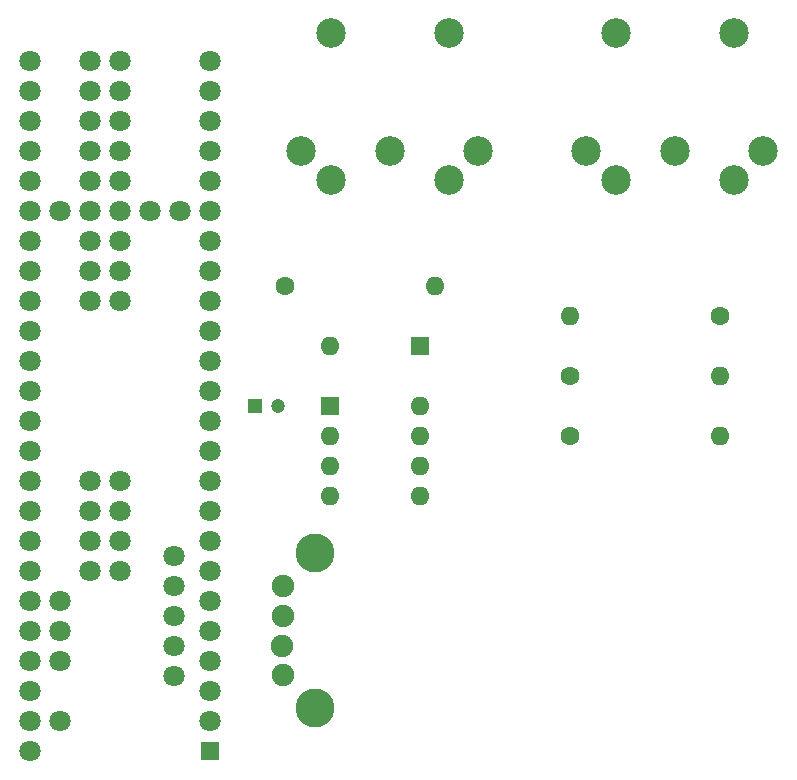
<source format=gbr>
G04 #@! TF.GenerationSoftware,KiCad,Pcbnew,(5.0.2)-1*
G04 #@! TF.CreationDate,2019-01-25T23:03:49-05:00*
G04 #@! TF.ProjectId,midimerger,6d696469-6d65-4726-9765-722e6b696361,rev?*
G04 #@! TF.SameCoordinates,PX60e4b00PY695f190*
G04 #@! TF.FileFunction,Copper,L1,Top*
G04 #@! TF.FilePolarity,Positive*
%FSLAX46Y46*%
G04 Gerber Fmt 4.6, Leading zero omitted, Abs format (unit mm)*
G04 Created by KiCad (PCBNEW (5.0.2)-1) date 2019-01-25 11:03:49 PM*
%MOMM*%
%LPD*%
G01*
G04 APERTURE LIST*
G04 #@! TA.AperFunction,ComponentPad*
%ADD10C,1.800000*%
G04 #@! TD*
G04 #@! TA.AperFunction,ComponentPad*
%ADD11R,1.600000X1.600000*%
G04 #@! TD*
G04 #@! TA.AperFunction,ComponentPad*
%ADD12C,1.900000*%
G04 #@! TD*
G04 #@! TA.AperFunction,ComponentPad*
%ADD13C,3.300000*%
G04 #@! TD*
G04 #@! TA.AperFunction,ComponentPad*
%ADD14R,1.200000X1.200000*%
G04 #@! TD*
G04 #@! TA.AperFunction,ComponentPad*
%ADD15C,1.200000*%
G04 #@! TD*
G04 #@! TA.AperFunction,ComponentPad*
%ADD16O,1.600000X1.600000*%
G04 #@! TD*
G04 #@! TA.AperFunction,ComponentPad*
%ADD17C,2.499360*%
G04 #@! TD*
G04 #@! TA.AperFunction,WasherPad*
%ADD18C,2.499360*%
G04 #@! TD*
G04 #@! TA.AperFunction,ComponentPad*
%ADD19C,1.600000*%
G04 #@! TD*
G04 #@! TA.AperFunction,Conductor*
%ADD20C,0.508000*%
G04 #@! TD*
G04 APERTURE END LIST*
D10*
G04 #@! TO.P,U1,62*
G04 #@! TO.N,GND*
X17320000Y20320000D03*
G04 #@! TO.P,U1,61*
X17320000Y17780000D03*
G04 #@! TO.P,U1,60*
G04 #@! TO.N,/H_USB_D+*
X17320000Y15240000D03*
G04 #@! TO.P,U1,59*
G04 #@! TO.N,/H_USB_D-*
X17320000Y12700000D03*
G04 #@! TO.P,U1,58*
G04 #@! TO.N,/H_USB_5V*
X17320000Y10160000D03*
G04 #@! TO.P,U1,86*
G04 #@! TO.N,Net-(U1-Pad86)*
X10160000Y19050000D03*
G04 #@! TO.P,U1,85*
G04 #@! TO.N,Net-(U1-Pad85)*
X10160000Y21590000D03*
G04 #@! TO.P,U1,84*
G04 #@! TO.N,Net-(U1-Pad84)*
X10160000Y24130000D03*
G04 #@! TO.P,U1,83*
G04 #@! TO.N,Net-(U1-Pad83)*
X10160000Y26670000D03*
G04 #@! TO.P,U1,82*
G04 #@! TO.N,Net-(U1-Pad82)*
X10160000Y41910000D03*
G04 #@! TO.P,U1,81*
G04 #@! TO.N,Net-(U1-Pad81)*
X10160000Y44450000D03*
G04 #@! TO.P,U1,80*
G04 #@! TO.N,Net-(U1-Pad80)*
X10160000Y46990000D03*
G04 #@! TO.P,U1,79*
G04 #@! TO.N,Net-(U1-Pad79)*
X10160000Y52070000D03*
G04 #@! TO.P,U1,78*
G04 #@! TO.N,Net-(U1-Pad78)*
X10160000Y54610000D03*
G04 #@! TO.P,U1,77*
G04 #@! TO.N,Net-(U1-Pad77)*
X10160000Y57150000D03*
G04 #@! TO.P,U1,76*
G04 #@! TO.N,Net-(U1-Pad76)*
X10160000Y59690000D03*
G04 #@! TO.P,U1,75*
G04 #@! TO.N,Net-(U1-Pad75)*
X10160000Y62230000D03*
G04 #@! TO.P,U1,74*
G04 #@! TO.N,Net-(U1-Pad74)*
X12700000Y62230000D03*
G04 #@! TO.P,U1,73*
G04 #@! TO.N,Net-(U1-Pad73)*
X12700000Y59690000D03*
G04 #@! TO.P,U1,72*
G04 #@! TO.N,Net-(U1-Pad72)*
X12700000Y57150000D03*
G04 #@! TO.P,U1,71*
G04 #@! TO.N,Net-(U1-Pad71)*
X12700000Y54610000D03*
G04 #@! TO.P,U1,70*
G04 #@! TO.N,Net-(U1-Pad70)*
X12700000Y52070000D03*
G04 #@! TO.P,U1,69*
G04 #@! TO.N,Net-(U1-Pad69)*
X12700000Y46990000D03*
G04 #@! TO.P,U1,68*
G04 #@! TO.N,Net-(U1-Pad68)*
X12700000Y44450000D03*
G04 #@! TO.P,U1,67*
G04 #@! TO.N,Net-(U1-Pad67)*
X12700000Y41910000D03*
G04 #@! TO.P,U1,66*
G04 #@! TO.N,Net-(U1-Pad66)*
X12700000Y26670000D03*
G04 #@! TO.P,U1,65*
G04 #@! TO.N,Net-(U1-Pad65)*
X12700000Y24130000D03*
G04 #@! TO.P,U1,64*
G04 #@! TO.N,Net-(U1-Pad64)*
X12700000Y21590000D03*
G04 #@! TO.P,U1,63*
G04 #@! TO.N,Net-(U1-Pad63)*
X12700000Y19050000D03*
G04 #@! TO.P,U1,57*
G04 #@! TO.N,Net-(U1-Pad57)*
X7620000Y16510000D03*
G04 #@! TO.P,U1,56*
G04 #@! TO.N,Net-(U1-Pad56)*
X7620000Y13970000D03*
G04 #@! TO.P,U1,55*
G04 #@! TO.N,Net-(U1-Pad55)*
X7620000Y11430000D03*
G04 #@! TO.P,U1,54*
G04 #@! TO.N,Net-(U1-Pad54)*
X7620000Y6350000D03*
G04 #@! TO.P,U1,53*
G04 #@! TO.N,/5V*
X5080000Y3810000D03*
G04 #@! TO.P,U1,52*
G04 #@! TO.N,Net-(U1-Pad52)*
X5080000Y6350000D03*
G04 #@! TO.P,U1,51*
G04 #@! TO.N,Net-(U1-Pad51)*
X5080000Y8890000D03*
G04 #@! TO.P,U1,50*
G04 #@! TO.N,Net-(U1-Pad50)*
X5080000Y11430000D03*
G04 #@! TO.P,U1,49*
G04 #@! TO.N,Net-(U1-Pad49)*
X5080000Y13970000D03*
G04 #@! TO.P,U1,48*
G04 #@! TO.N,Net-(U1-Pad48)*
X5080000Y16510000D03*
G04 #@! TO.P,U1,47*
G04 #@! TO.N,Net-(U1-Pad47)*
X5080000Y19050000D03*
G04 #@! TO.P,U1,46*
G04 #@! TO.N,Net-(U1-Pad46)*
X5080000Y21590000D03*
G04 #@! TO.P,U1,45*
G04 #@! TO.N,Net-(U1-Pad45)*
X5080000Y24130000D03*
G04 #@! TO.P,U1,44*
G04 #@! TO.N,Net-(U1-Pad44)*
X5080000Y26670000D03*
G04 #@! TO.P,U1,43*
G04 #@! TO.N,Net-(U1-Pad43)*
X5080000Y29210000D03*
G04 #@! TO.P,U1,42*
G04 #@! TO.N,Net-(U1-Pad42)*
X5080000Y31750000D03*
G04 #@! TO.P,U1,41*
G04 #@! TO.N,Net-(U1-Pad41)*
X5080000Y34290000D03*
G04 #@! TO.P,U1,40*
G04 #@! TO.N,Net-(U1-Pad40)*
X5080000Y36830000D03*
G04 #@! TO.P,U1,39*
G04 #@! TO.N,Net-(U1-Pad39)*
X5080000Y39370000D03*
G04 #@! TO.P,U1,38*
G04 #@! TO.N,Net-(U1-Pad38)*
X5080000Y41910000D03*
D11*
G04 #@! TO.P,U1,1*
G04 #@! TO.N,GND*
X20320000Y3810000D03*
D10*
G04 #@! TO.P,U1,2*
G04 #@! TO.N,/MIDI_1_IN*
X20320000Y6350000D03*
G04 #@! TO.P,U1,3*
G04 #@! TO.N,/MIDI_1_OUT*
X20320000Y8890000D03*
G04 #@! TO.P,U1,4*
G04 #@! TO.N,Net-(U1-Pad4)*
X20320000Y11430000D03*
G04 #@! TO.P,U1,5*
G04 #@! TO.N,Net-(U1-Pad5)*
X20320000Y13970000D03*
G04 #@! TO.P,U1,6*
G04 #@! TO.N,Net-(U1-Pad6)*
X20320000Y16510000D03*
G04 #@! TO.P,U1,7*
G04 #@! TO.N,Net-(U1-Pad7)*
X20320000Y19050000D03*
G04 #@! TO.P,U1,8*
G04 #@! TO.N,Net-(U1-Pad8)*
X20320000Y21590000D03*
G04 #@! TO.P,U1,9*
G04 #@! TO.N,Net-(U1-Pad9)*
X20320000Y24130000D03*
G04 #@! TO.P,U1,10*
G04 #@! TO.N,Net-(U1-Pad10)*
X20320000Y26670000D03*
G04 #@! TO.P,U1,11*
G04 #@! TO.N,Net-(U1-Pad11)*
X20320000Y29210000D03*
G04 #@! TO.P,U1,12*
G04 #@! TO.N,Net-(U1-Pad12)*
X20320000Y31750000D03*
G04 #@! TO.P,U1,13*
G04 #@! TO.N,Net-(U1-Pad13)*
X20320000Y34290000D03*
G04 #@! TO.P,U1,37*
G04 #@! TO.N,Net-(U1-Pad37)*
X5080000Y44450000D03*
G04 #@! TO.P,U1,36*
G04 #@! TO.N,Net-(U1-Pad36)*
X5080000Y46990000D03*
G04 #@! TO.P,U1,35*
G04 #@! TO.N,Net-(U1-Pad35)*
X5080000Y49530000D03*
G04 #@! TO.P,U1,34*
G04 #@! TO.N,Net-(U1-Pad34)*
X5080000Y52070000D03*
G04 #@! TO.P,U1,33*
G04 #@! TO.N,Net-(U1-Pad33)*
X5080000Y54610000D03*
G04 #@! TO.P,U1,32*
G04 #@! TO.N,Net-(U1-Pad32)*
X5080000Y57150000D03*
G04 #@! TO.P,U1,31*
G04 #@! TO.N,Net-(U1-Pad31)*
X5080000Y59690000D03*
G04 #@! TO.P,U1,30*
G04 #@! TO.N,Net-(U1-Pad30)*
X5080000Y62230000D03*
G04 #@! TO.P,U1,29*
G04 #@! TO.N,Net-(U1-Pad29)*
X7620000Y49530000D03*
G04 #@! TO.P,U1,28*
G04 #@! TO.N,Net-(U1-Pad28)*
X10160000Y49530000D03*
G04 #@! TO.P,U1,27*
G04 #@! TO.N,GND*
X12700000Y49530000D03*
G04 #@! TO.P,U1,26*
G04 #@! TO.N,Net-(U1-Pad26)*
X15240000Y49530000D03*
G04 #@! TO.P,U1,25*
G04 #@! TO.N,Net-(U1-Pad25)*
X17780000Y49530000D03*
G04 #@! TO.P,U1,24*
G04 #@! TO.N,Net-(U1-Pad24)*
X20320000Y62230000D03*
G04 #@! TO.P,U1,23*
G04 #@! TO.N,Net-(U1-Pad23)*
X20320000Y59690000D03*
G04 #@! TO.P,U1,22*
G04 #@! TO.N,Net-(U1-Pad22)*
X20320000Y57150000D03*
G04 #@! TO.P,U1,21*
G04 #@! TO.N,Net-(U1-Pad21)*
X20320000Y54610000D03*
G04 #@! TO.P,U1,14*
G04 #@! TO.N,Net-(U1-Pad14)*
X20320000Y36830000D03*
G04 #@! TO.P,U1,15*
G04 #@! TO.N,Net-(U1-Pad15)*
X20320000Y39370000D03*
G04 #@! TO.P,U1,16*
G04 #@! TO.N,Net-(U1-Pad16)*
X20320000Y41910000D03*
G04 #@! TO.P,U1,20*
G04 #@! TO.N,Net-(U1-Pad20)*
X20320000Y52070000D03*
G04 #@! TO.P,U1,19*
G04 #@! TO.N,Net-(U1-Pad19)*
X20320000Y49530000D03*
G04 #@! TO.P,U1,18*
G04 #@! TO.N,Net-(U1-Pad18)*
X20320000Y46990000D03*
G04 #@! TO.P,U1,17*
G04 #@! TO.N,Net-(U1-Pad17)*
X20320000Y44450000D03*
G04 #@! TD*
D12*
G04 #@! TO.P,J1,4*
G04 #@! TO.N,GND*
X26500000Y17720000D03*
G04 #@! TO.P,J1,3*
G04 #@! TO.N,/H_USB_D+*
X26510000Y15220000D03*
G04 #@! TO.P,J1,2*
G04 #@! TO.N,/H_USB_D-*
X26485000Y12720000D03*
G04 #@! TO.P,J1,1*
G04 #@! TO.N,/H_USB_5V*
X26500000Y10220000D03*
D13*
G04 #@! TO.P,J1,SH*
G04 #@! TO.N,N/C*
X29210000Y20540000D03*
X29210000Y7400000D03*
G04 #@! TD*
D14*
G04 #@! TO.P,C1,1*
G04 #@! TO.N,/5V*
X24130000Y33020000D03*
D15*
G04 #@! TO.P,C1,2*
G04 #@! TO.N,GND*
X26130000Y33020000D03*
G04 #@! TD*
D11*
G04 #@! TO.P,D1,1*
G04 #@! TO.N,Net-(D1-Pad1)*
X38100000Y38100000D03*
D16*
G04 #@! TO.P,D1,2*
G04 #@! TO.N,Net-(D1-Pad2)*
X30480000Y38100000D03*
G04 #@! TD*
D17*
G04 #@! TO.P,J2,3*
G04 #@! TO.N,Net-(J2-Pad3)*
X43058080Y54612540D03*
G04 #@! TO.P,J2,4*
G04 #@! TO.N,Net-(J2-Pad4)*
X30563820Y52110640D03*
G04 #@! TO.P,J2,2*
G04 #@! TO.N,GND*
X35560000Y54610000D03*
G04 #@! TO.P,J2,1*
G04 #@! TO.N,Net-(J2-Pad1)*
X28061920Y54612540D03*
G04 #@! TO.P,J2,5*
G04 #@! TO.N,Net-(D1-Pad2)*
X40556180Y52110640D03*
D18*
G04 #@! TO.P,J2,*
G04 #@! TO.N,*
X30558740Y64607440D03*
X40561260Y64607440D03*
G04 #@! TD*
G04 #@! TO.P,J3,*
G04 #@! TO.N,*
X64691260Y64607440D03*
X54688740Y64607440D03*
D17*
G04 #@! TO.P,J3,5*
G04 #@! TO.N,Net-(J3-Pad5)*
X64686180Y52110640D03*
G04 #@! TO.P,J3,1*
G04 #@! TO.N,Net-(J3-Pad1)*
X52191920Y54612540D03*
G04 #@! TO.P,J3,2*
G04 #@! TO.N,GND*
X59690000Y54610000D03*
G04 #@! TO.P,J3,4*
G04 #@! TO.N,Net-(J3-Pad4)*
X54693820Y52110640D03*
G04 #@! TO.P,J3,3*
G04 #@! TO.N,Net-(J3-Pad3)*
X67188080Y54612540D03*
G04 #@! TD*
D11*
G04 #@! TO.P,U2,1*
G04 #@! TO.N,Net-(U2-Pad1)*
X30480000Y33020000D03*
D16*
G04 #@! TO.P,U2,5*
G04 #@! TO.N,GND*
X38100000Y25400000D03*
G04 #@! TO.P,U2,2*
G04 #@! TO.N,Net-(D1-Pad1)*
X30480000Y30480000D03*
G04 #@! TO.P,U2,6*
G04 #@! TO.N,/MIDI_1_IN*
X38100000Y27940000D03*
G04 #@! TO.P,U2,3*
G04 #@! TO.N,Net-(D1-Pad2)*
X30480000Y27940000D03*
G04 #@! TO.P,U2,7*
G04 #@! TO.N,Net-(U2-Pad7)*
X38100000Y30480000D03*
G04 #@! TO.P,U2,4*
G04 #@! TO.N,Net-(U2-Pad4)*
X30480000Y25400000D03*
G04 #@! TO.P,U2,8*
G04 #@! TO.N,/5V*
X38100000Y33020000D03*
G04 #@! TD*
G04 #@! TO.P,R1,2*
G04 #@! TO.N,Net-(D1-Pad1)*
X39370000Y43180000D03*
D19*
G04 #@! TO.P,R1,1*
G04 #@! TO.N,Net-(J2-Pad4)*
X26670000Y43180000D03*
G04 #@! TD*
G04 #@! TO.P,R2,1*
G04 #@! TO.N,Net-(J3-Pad5)*
X63500000Y40640000D03*
D16*
G04 #@! TO.P,R2,2*
G04 #@! TO.N,/MIDI_1_OUT*
X50800000Y40640000D03*
G04 #@! TD*
D19*
G04 #@! TO.P,R3,1*
G04 #@! TO.N,Net-(J3-Pad4)*
X50800000Y35560000D03*
D16*
G04 #@! TO.P,R3,2*
G04 #@! TO.N,/5V*
X63500000Y35560000D03*
G04 #@! TD*
G04 #@! TO.P,R4,2*
G04 #@! TO.N,/5V*
X63500000Y30480000D03*
D19*
G04 #@! TO.P,R4,1*
G04 #@! TO.N,/MIDI_1_IN*
X50800000Y30480000D03*
G04 #@! TD*
D20*
G04 #@! TO.N,/H_USB_D+*
X26490000Y15240000D02*
X26510000Y15220000D01*
G04 #@! TD*
M02*

</source>
